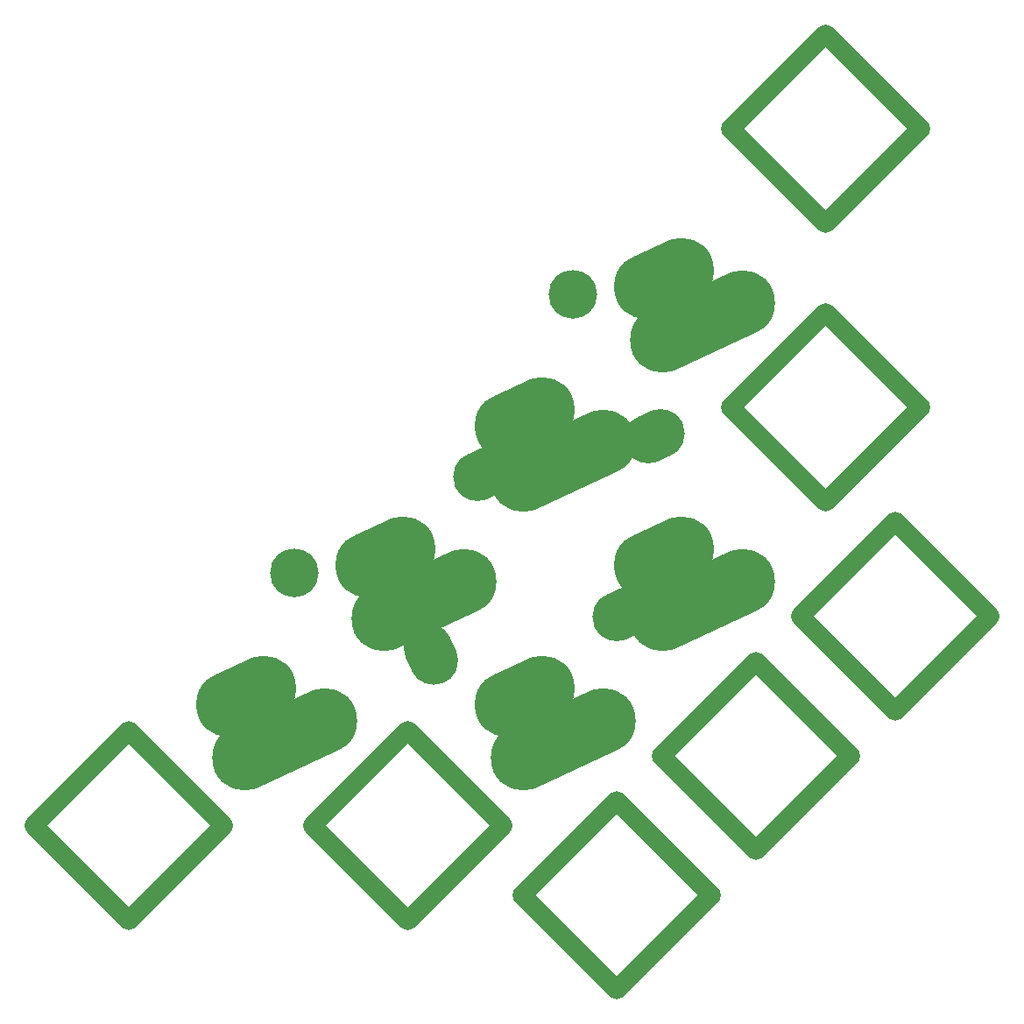
<source format=gbs>
G04 #@! TF.GenerationSoftware,KiCad,Pcbnew,8.0.5*
G04 #@! TF.CreationDate,2024-09-16T20:13:52+09:00*
G04 #@! TF.ProjectId,SandyLP_Plate_Middle,53616e64-794c-4505-9f50-6c6174655f4d,v.0*
G04 #@! TF.SameCoordinates,Original*
G04 #@! TF.FileFunction,Soldermask,Bot*
G04 #@! TF.FilePolarity,Negative*
%FSLAX46Y46*%
G04 Gerber Fmt 4.6, Leading zero omitted, Abs format (unit mm)*
G04 Created by KiCad (PCBNEW 8.0.5) date 2024-09-16 20:13:52*
%MOMM*%
%LPD*%
G01*
G04 APERTURE LIST*
G04 Aperture macros list*
%AMRoundRect*
0 Rectangle with rounded corners*
0 $1 Rounding radius*
0 $2 $3 $4 $5 $6 $7 $8 $9 X,Y pos of 4 corners*
0 Add a 4 corners polygon primitive as box body*
4,1,4,$2,$3,$4,$5,$6,$7,$8,$9,$2,$3,0*
0 Add four circle primitives for the rounded corners*
1,1,$1+$1,$2,$3*
1,1,$1+$1,$4,$5*
1,1,$1+$1,$6,$7*
1,1,$1+$1,$8,$9*
0 Add four rect primitives between the rounded corners*
20,1,$1+$1,$2,$3,$4,$5,0*
20,1,$1+$1,$4,$5,$6,$7,0*
20,1,$1+$1,$6,$7,$8,$9,0*
20,1,$1+$1,$8,$9,$2,$3,0*%
%AMHorizOval*
0 Thick line with rounded ends*
0 $1 width*
0 $2 $3 position (X,Y) of the first rounded end (center of the circle)*
0 $4 $5 position (X,Y) of the second rounded end (center of the circle)*
0 Add line between two ends*
20,1,$1,$2,$3,$4,$5,0*
0 Add two circle primitives to create the rounded ends*
1,1,$1,$2,$3*
1,1,$1,$4,$5*%
G04 Aperture macros list end*
%ADD10HorizOval,6.300000X3.851808X1.796128X-3.851808X-1.796128X0*%
%ADD11HorizOval,6.300000X1.676669X0.781844X-1.676669X-0.781844X0*%
%ADD12C,4.700000*%
%ADD13HorizOval,4.700000X-0.274702X0.589100X0.274702X-0.589100X0*%
%ADD14HorizOval,4.700000X0.589100X0.274702X-0.589100X-0.274702X0*%
%ADD15RoundRect,0.900000X4.596201X-4.596187X-4.596187X4.596201X-4.596201X4.596187X4.596187X-4.596201X0*%
%ADD16RoundRect,0.900000X-4.596187X-4.596201X4.596201X4.596187X4.596187X4.596201X-4.596201X-4.596187X0*%
G04 APERTURE END LIST*
D10*
X139035584Y-77584451D03*
D11*
X135330980Y-73455583D03*
D12*
X139977998Y-61485591D03*
D13*
X153185427Y-69319008D03*
D10*
X165976353Y-77584451D03*
X152523646Y-64096389D03*
D11*
X162271749Y-73455583D03*
X148819042Y-59967521D03*
D14*
X171711624Y-65429921D03*
X158276595Y-51924182D03*
D10*
X165976353Y-50643683D03*
X179446737Y-64114067D03*
D11*
X162271749Y-46514815D03*
X175742133Y-59985199D03*
D14*
X174787539Y-48282582D03*
D12*
X166918766Y-34544823D03*
D10*
X179446737Y-37173298D03*
D11*
X175742133Y-33044430D03*
D15*
X193472835Y-70291280D03*
D16*
X193472835Y-61098892D03*
X202665223Y-70291280D03*
D15*
X202665223Y-61098892D03*
X186737643Y-23144935D03*
D16*
X186737643Y-13952547D03*
X195930031Y-23144935D03*
D15*
X195930031Y-13952547D03*
X146344196Y-90514562D03*
D16*
X146344196Y-81322174D03*
X155536584Y-90514562D03*
D15*
X155536584Y-81322174D03*
X186737643Y-50085703D03*
D16*
X186737643Y-40893315D03*
X195930031Y-50085703D03*
D15*
X195930031Y-40893315D03*
X119385722Y-90496856D03*
D16*
X119385722Y-81304468D03*
X128578110Y-90496856D03*
D15*
X128578110Y-81304468D03*
X166532067Y-97232048D03*
D16*
X166532067Y-88039660D03*
X175724455Y-97232048D03*
D15*
X175724455Y-88039660D03*
X180002451Y-83761664D03*
D16*
X180002451Y-74569276D03*
X189194839Y-83761664D03*
D15*
X189194839Y-74569276D03*
M02*

</source>
